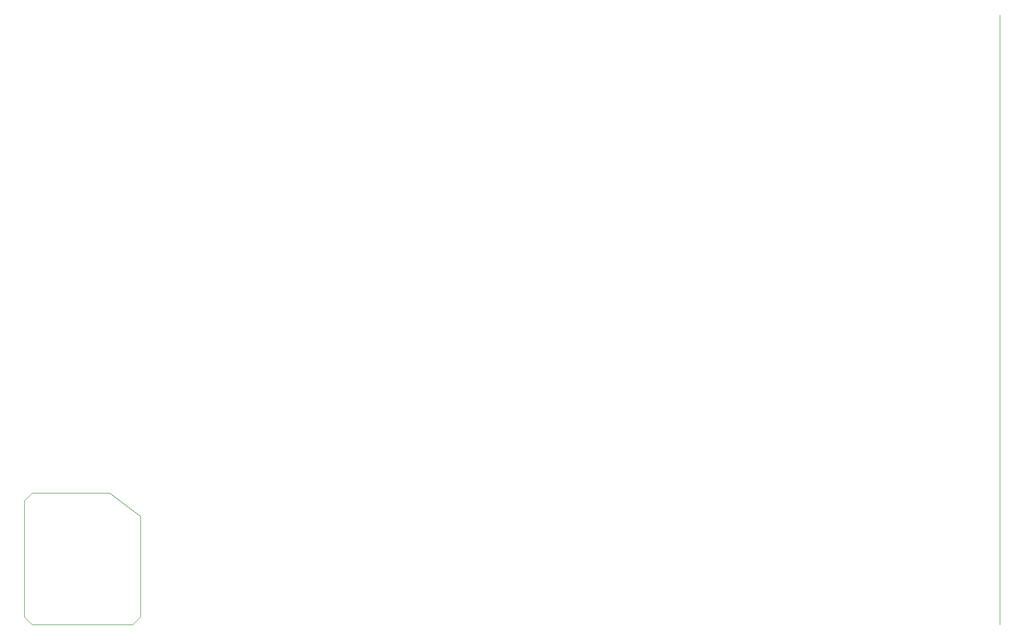
<source format=gbp>
G75*
%MOIN*%
%OFA0B0*%
%FSLAX25Y25*%
%IPPOS*%
%LPD*%
%AMOC8*
5,1,8,0,0,1.08239X$1,22.5*
%
%ADD10C,0.00000*%
D10*
X0010300Y0011300D02*
X0010300Y0086300D01*
X0015300Y0091300D01*
X0065300Y0091300D01*
X0085300Y0076300D01*
X0085300Y0011300D01*
X0080300Y0006300D01*
X0015300Y0006300D01*
X0010300Y0011300D01*
X0640221Y0006300D02*
X0640221Y0400001D01*
M02*

</source>
